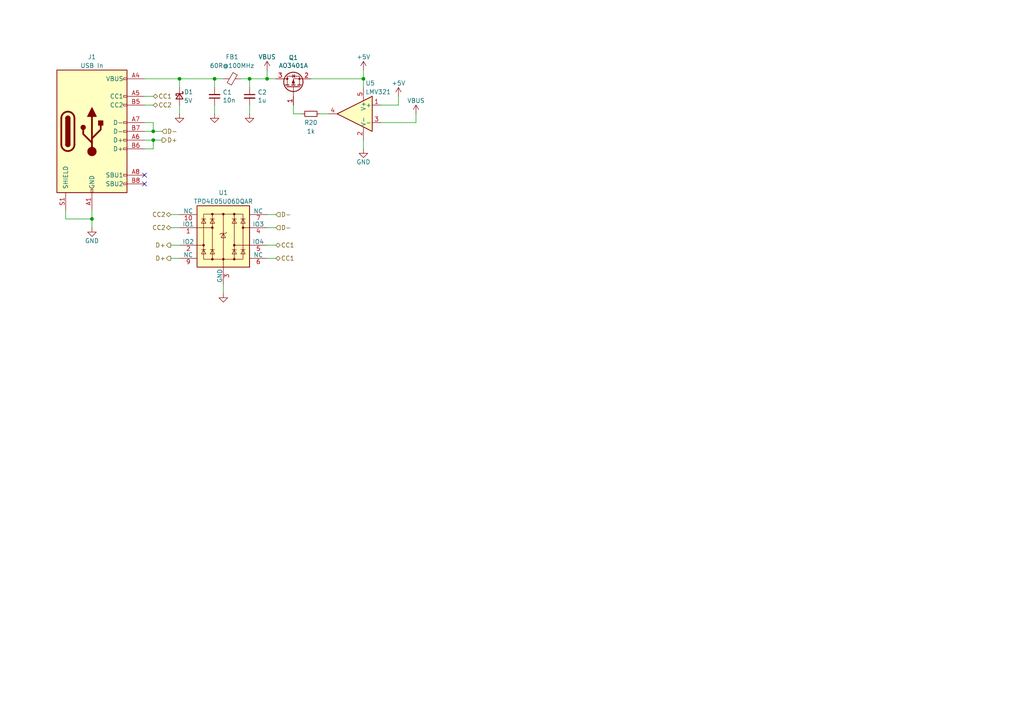
<source format=kicad_sch>
(kicad_sch (version 20230121) (generator eeschema)
  (paper "A4")
  (title_block (title "Honeydew unified split ergonomic keyboard") (date "2023-04-08") (rev "V2.0") (company "Created by Ariamelon (https://github.com/Ariamelon/Honeydew/)") (comment 1 "All capacitors 50V unless otherwise specified.") (comment 2 "Licensed under CC BY 4.0."))
  (lib_symbols
    (symbol "Amplifier_Operational:LM321" (pin_names (offset 0.127))
      (property "Reference" "U" (at 0 7.62 0))
      (property "Value" "LM321" (at 0 5.08 0))
      (symbol "LM321_0_1"
        (polyline (pts (xy -5.08 5.08) (xy 5.08 0) (xy -5.08 -5.08) (xy -5.08 5.08)) (stroke (width 0.254)) (fill (type background)))
      )
      (symbol "LM321_1_1"
        (pin input line (at -7.62 2.54 0) (length 2.54) (name "+") (number "1"))
        (pin power_in line (at -2.54 -7.62 90) (length 3.81) (name "V-") (number "2"))
        (pin input line (at -7.62 -2.54 0) (length 2.54) (name "-") (number "3"))
        (pin output line (at 7.62 0 180) (length 2.54) (name "~") (number "4"))
        (pin power_in line (at -2.54 7.62 270) (length 3.81) (name "V+") (number "5"))
      )
    )
    (symbol "Casaba:TPD4E05U06DQAR" (pin_names (offset 0))
      (property "Reference" "U2" (at 0 12.7 0))
      (property "Value" "TPD4E05U06DQAR" (at 0 10.16 0))
      (symbol "TPD4E05U06DQAR_0_0"
        (rectangle (start -5.715 6.477) (end 5.715 -6.604))
        (polyline (pts (xy -3.175 -6.604) (xy -3.175 6.477)))
        (polyline (pts (xy 0 6.477) (xy 0 -6.604)))
        (polyline (pts (xy 3.175 6.477) (xy 3.175 -6.604)))
      )
      (symbol "TPD4E05U06DQAR_0_1"
        (rectangle (start -7.62 8.89) (end 7.62 -8.89) (stroke (width 0.254)) (fill (type background)))
        (circle (center -5.715 -2.54) (radius 0.2794) (fill (type outline)))
        (circle (center -3.175 -6.604) (radius 0.2794) (fill (type outline)))
        (circle (center -3.175 2.54) (radius 0.2794) (fill (type outline)))
        (circle (center -3.175 6.477) (radius 0.2794) (fill (type outline)))
        (polyline (pts (xy -7.747 2.54) (xy -3.175 2.54)))
        (polyline (pts (xy -7.62 -2.54) (xy -5.715 -2.54)))
        (polyline (pts (xy -5.08 -3.81) (xy -6.35 -3.81)))
        (polyline (pts (xy -5.08 5.08) (xy -6.35 5.08)))
        (polyline (pts (xy -2.54 -3.81) (xy -3.81 -3.81)))
        (polyline (pts (xy -2.54 5.08) (xy -3.81 5.08)))
        (polyline (pts (xy -0.635 0.889) (xy -1.016 0.635)))
        (polyline (pts (xy 0 -6.604) (xy 0 -8.89)))
        (polyline (pts (xy 0.635 0.889) (xy -0.635 0.889)))
        (polyline (pts (xy 0.635 0.889) (xy 1.016 1.143)))
        (polyline (pts (xy 3.81 -3.81) (xy 2.54 -3.81)))
        (polyline (pts (xy 3.81 5.08) (xy 2.54 5.08)))
        (polyline (pts (xy 6.35 -3.81) (xy 5.08 -3.81)))
        (polyline (pts (xy 6.35 5.08) (xy 5.08 5.08)))
        (polyline (pts (xy 7.62 -2.54) (xy 3.175 -2.54)))
        (polyline (pts (xy 7.62 2.54) (xy 5.715 2.54)))
        (polyline (pts (xy -5.08 -5.08) (xy -6.35 -5.08) (xy -5.715 -3.81) (xy -5.08 -5.08)))
        (polyline (pts (xy -5.08 3.81) (xy -6.35 3.81) (xy -5.715 5.08) (xy -5.08 3.81)))
        (polyline (pts (xy -2.54 -5.08) (xy -3.81 -5.08) (xy -3.175 -3.81) (xy -2.54 -5.08)))
        (polyline (pts (xy -2.54 3.81) (xy -3.81 3.81) (xy -3.175 5.08) (xy -2.54 3.81)))
        (polyline (pts (xy 0.635 -0.381) (xy -0.635 -0.381) (xy 0 0.889) (xy 0.635 -0.381)))
        (polyline (pts (xy 3.81 -5.08) (xy 2.54 -5.08) (xy 3.175 -3.81) (xy 3.81 -5.08)))
        (polyline (pts (xy 3.81 3.81) (xy 2.54 3.81) (xy 3.175 5.08) (xy 3.81 3.81)))
        (polyline (pts (xy 6.35 -5.08) (xy 5.08 -5.08) (xy 5.715 -3.81) (xy 6.35 -5.08)))
        (polyline (pts (xy 6.35 3.81) (xy 5.08 3.81) (xy 5.715 5.08) (xy 6.35 3.81)))
        (circle (center 0 6.477) (radius 0.2794) (fill (type outline)))
        (circle (center 3.175 -6.604) (radius 0.2794) (fill (type outline)))
        (circle (center 3.175 -2.54) (radius 0.2794) (fill (type outline)))
        (circle (center 3.175 6.477) (radius 0.2794) (fill (type outline)))
        (circle (center 5.715 2.54) (radius 0.2794) (fill (type outline)))
      )
      (symbol "TPD4E05U06DQAR_1_1"
        (circle (center 0 -6.604) (radius 0.2794) (fill (type outline)))
        (pin bidirectional line (at -12.7 2.54 0) (length 5.08) (name "IO1") (number "1"))
        (pin bidirectional line (at -12.7 6.35 0) (length 5.08) (name "NC") (number "10"))
        (pin bidirectional line (at -12.7 -2.54 0) (length 5.08) (name "IO2") (number "2"))
        (pin power_in line (at 0 -13.97 90) (length 5.08) (name "GND") (number "3"))
        (pin bidirectional line (at 12.7 2.54 180) (length 5.08) (name "IO3") (number "4"))
        (pin bidirectional line (at 12.7 -2.54 180) (length 5.08) (name "IO4") (number "5"))
        (pin bidirectional line (at 12.7 -6.35 180) (length 5.08) (name "NC") (number "6"))
        (pin bidirectional line (at 12.7 6.35 180) (length 5.08) (name "NC") (number "7"))
        (pin power_in line (at 0 -13.97 90) (length 5.08) hide (name "GND") (number "8"))
        (pin bidirectional line (at -12.7 -6.35 0) (length 5.08) (name "NC") (number "9"))
      )
    )
    (symbol "Connector:USB_C_Receptacle_USB2.0" (pin_names (offset 1.016))
      (property "Reference" "J4" (at 0 21.59 0))
      (property "Value" "USB_C_Receptacle_USB2.0" (at 0 19.05 0))
      (symbol "USB_C_Receptacle_USB2.0_0_0"
        (rectangle (start -0.254 -17.78) (end 0.254 -16.764))
        (rectangle (start 10.16 -14.986) (end 9.144 -15.494))
        (rectangle (start 10.16 -12.446) (end 9.144 -12.954))
        (rectangle (start 10.16 -4.826) (end 9.144 -5.334))
        (rectangle (start 10.16 -2.286) (end 9.144 -2.794))
        (rectangle (start 10.16 0.254) (end 9.144 -0.254))
        (rectangle (start 10.16 2.794) (end 9.144 2.286))
        (rectangle (start 10.16 7.874) (end 9.144 7.366))
        (rectangle (start 10.16 10.414) (end 9.144 9.906))
        (rectangle (start 10.16 15.494) (end 9.144 14.986))
      )
      (symbol "USB_C_Receptacle_USB2.0_0_1"
        (rectangle (start -10.16 17.78) (end 10.16 -17.78) (stroke (width 0.254)) (fill (type background)))
        (arc (start -8.89 -3.81) (mid -6.985 -5.7067) (end -5.08 -3.81) (stroke (width 0.508)))
        (arc (start -7.62 -3.81) (mid -6.985 -4.4423) (end -6.35 -3.81) (stroke (width 0.254)))
        (arc (start -7.62 -3.81) (mid -6.985 -4.4423) (end -6.35 -3.81) (stroke (width 0.254)) (fill (type outline)))
        (rectangle (start -7.62 -3.81) (end -6.35 3.81) (stroke (width 0.254)) (fill (type outline)))
        (arc (start -6.35 3.81) (mid -6.985 4.4423) (end -7.62 3.81) (stroke (width 0.254)))
        (arc (start -6.35 3.81) (mid -6.985 4.4423) (end -7.62 3.81) (stroke (width 0.254)) (fill (type outline)))
        (arc (start -5.08 3.81) (mid -6.985 5.7067) (end -8.89 3.81) (stroke (width 0.508)))
        (circle (center -2.54 1.143) (radius 0.635) (stroke (width 0.254)) (fill (type outline)))
        (circle (center 0 -5.842) (radius 1.27) (fill (type outline)))
        (polyline (pts (xy -8.89 -3.81) (xy -8.89 3.81)) (stroke (width 0.508)))
        (polyline (pts (xy -5.08 3.81) (xy -5.08 -3.81)) (stroke (width 0.508)))
        (polyline (pts (xy 0 -5.842) (xy 0 4.318)) (stroke (width 0.508)))
        (polyline (pts (xy 0 -3.302) (xy -2.54 -0.762) (xy -2.54 0.508)) (stroke (width 0.508)))
        (polyline (pts (xy 0 -2.032) (xy 2.54 0.508) (xy 2.54 1.778)) (stroke (width 0.508)))
        (polyline (pts (xy -1.27 4.318) (xy 0 6.858) (xy 1.27 4.318) (xy -1.27 4.318)) (stroke (width 0.254)) (fill (type outline)))
        (rectangle (start 1.905 1.778) (end 3.175 3.048) (stroke (width 0.254)) (fill (type outline)))
      )
      (symbol "USB_C_Receptacle_USB2.0_1_1"
        (pin passive line (at 0 -22.86 90) (length 5.08) (name "GND") (number "A1"))
        (pin passive line (at 0 -22.86 90) (length 5.08) hide (name "GND") (number "A12"))
        (pin passive line (at 15.24 15.24 180) (length 5.08) (name "VBUS") (number "A4"))
        (pin bidirectional line (at 15.24 10.16 180) (length 5.08) (name "CC1") (number "A5"))
        (pin bidirectional line (at 15.24 -2.54 180) (length 5.08) (name "D+") (number "A6"))
        (pin bidirectional line (at 15.24 2.54 180) (length 5.08) (name "D-") (number "A7"))
        (pin bidirectional line (at 15.24 -12.7 180) (length 5.08) (name "SBU1") (number "A8"))
        (pin passive line (at 15.24 15.24 180) (length 5.08) hide (name "VBUS") (number "A9"))
        (pin passive line (at 0 -22.86 90) (length 5.08) hide (name "GND") (number "B1"))
        (pin passive line (at 0 -22.86 90) (length 5.08) hide (name "GND") (number "B12"))
        (pin passive line (at 15.24 15.24 180) (length 5.08) hide (name "VBUS") (number "B4"))
        (pin bidirectional line (at 15.24 7.62 180) (length 5.08) (name "CC2") (number "B5"))
        (pin bidirectional line (at 15.24 -5.08 180) (length 5.08) (name "D+") (number "B6"))
        (pin bidirectional line (at 15.24 0 180) (length 5.08) (name "D-") (number "B7"))
        (pin bidirectional line (at 15.24 -15.24 180) (length 5.08) (name "SBU2") (number "B8"))
        (pin passive line (at 15.24 15.24 180) (length 5.08) hide (name "VBUS") (number "B9"))
        (pin passive line (at -7.62 -22.86 90) (length 5.08) (name "SHIELD") (number "S1"))
      )
    )
    (symbol "Device:C_Small" (pin_numbers hide) (pin_names (offset 0.254) hide)
      (property "Reference" "C" (at 0.254 1.778 0))
      (property "Value" "C_Small" (at 0.254 -2.032 0))
      (symbol "C_Small_0_1"
        (polyline (pts (xy -1.524 -0.508) (xy 1.524 -0.508)) (stroke (width 0.3302)))
        (polyline (pts (xy -1.524 0.508) (xy 1.524 0.508)) (stroke (width 0.3048)))
      )
      (symbol "C_Small_1_1"
        (pin passive line (at 0 2.54 270) (length 2.032) (name "~") (number "1"))
        (pin passive line (at 0 -2.54 90) (length 2.032) (name "~") (number "2"))
      )
    )
    (symbol "Device:D_Schottky_Small" (pin_numbers hide) (pin_names (offset 0.254) hide)
      (property "Reference" "D" (at -1.27 2.032 0))
      (property "Value" "D_Schottky_Small" (at -7.112 -2.032 0))
      (symbol "D_Schottky_Small_0_1"
        (polyline (pts (xy -0.762 0) (xy 0.762 0)))
        (polyline (pts (xy 0.762 -1.016) (xy -0.762 0) (xy 0.762 1.016) (xy 0.762 -1.016)) (stroke (width 0.254)))
        (polyline (pts (xy -1.27 0.762) (xy -1.27 1.016) (xy -0.762 1.016) (xy -0.762 -1.016) (xy -0.254 -1.016) (xy -0.254 -0.762)) (stroke (width 0.254)))
      )
      (symbol "D_Schottky_Small_1_1"
        (pin passive line (at -2.54 0 0) (length 1.778) (name "K") (number "1"))
        (pin passive line (at 2.54 0 180) (length 1.778) (name "A") (number "2"))
      )
    )
    (symbol "Device:FerriteBead_Small" (pin_numbers hide) (pin_names (offset 0))
      (property "Reference" "FB" (at 1.905 1.27 0))
      (property "Value" "FerriteBead_Small" (at 1.905 -1.27 0))
      (symbol "FerriteBead_Small_0_1"
        (polyline (pts (xy 0 -1.27) (xy 0 -0.7874)))
        (polyline (pts (xy 0 0.889) (xy 0 1.2954)))
        (polyline (pts (xy -1.8288 0.2794) (xy -1.1176 1.4986) (xy 1.8288 -0.2032) (xy 1.1176 -1.4224) (xy -1.8288 0.2794)))
      )
      (symbol "FerriteBead_Small_1_1"
        (pin passive line (at 0 2.54 270) (length 1.27) (name "~") (number "1"))
        (pin passive line (at 0 -2.54 90) (length 1.27) (name "~") (number "2"))
      )
    )
    (symbol "Device:R_Small" (pin_numbers hide) (pin_names (offset 0.254) hide)
      (property "Reference" "R" (at 0.762 0.508 0))
      (property "Value" "R_Small" (at 0.762 -1.016 0))
      (symbol "R_Small_0_1"
        (rectangle (start -0.762 1.778) (end 0.762 -1.778) (stroke (width 0.2032)))
      )
      (symbol "R_Small_1_1"
        (pin passive line (at 0 2.54 270) (length 0.762) (name "~") (number "1"))
        (pin passive line (at 0 -2.54 90) (length 0.762) (name "~") (number "2"))
      )
    )
    (symbol "Transistor_FET:AO3401A" (pin_names hide)
      (property "Reference" "Q" (at 5.08 1.905 0))
      (property "Value" "AO3401A" (at 5.08 0 0))
      (symbol "AO3401A_0_1"
        (polyline (pts (xy 0.254 0) (xy -2.54 0)))
        (polyline (pts (xy 0.254 1.905) (xy 0.254 -1.905)) (stroke (width 0.254)))
        (polyline (pts (xy 0.762 -1.27) (xy 0.762 -2.286)) (stroke (width 0.254)))
        (polyline (pts (xy 0.762 0.508) (xy 0.762 -0.508)) (stroke (width 0.254)))
        (polyline (pts (xy 0.762 2.286) (xy 0.762 1.27)) (stroke (width 0.254)))
        (polyline (pts (xy 2.54 2.54) (xy 2.54 1.778)))
        (polyline (pts (xy 2.54 -2.54) (xy 2.54 0) (xy 0.762 0)))
        (polyline (pts (xy 0.762 1.778) (xy 3.302 1.778) (xy 3.302 -1.778) (xy 0.762 -1.778)))
        (polyline (pts (xy 2.286 0) (xy 1.27 0.381) (xy 1.27 -0.381) (xy 2.286 0)) (fill (type outline)))
        (polyline (pts (xy 2.794 -0.508) (xy 2.921 -0.381) (xy 3.683 -0.381) (xy 3.81 -0.254)))
        (polyline (pts (xy 3.302 -0.381) (xy 2.921 0.254) (xy 3.683 0.254) (xy 3.302 -0.381)))
        (circle (center 1.651 0) (radius 2.794) (stroke (width 0.254)))
        (circle (center 2.54 -1.778) (radius 0.254) (fill (type outline)))
        (circle (center 2.54 1.778) (radius 0.254) (fill (type outline)))
      )
      (symbol "AO3401A_1_1"
        (pin input line (at -5.08 0 0) (length 2.54) (name "G") (number "1"))
        (pin passive line (at 2.54 -5.08 90) (length 2.54) (name "S") (number "2"))
        (pin passive line (at 2.54 5.08 270) (length 2.54) (name "D") (number "3"))
      )
    )
    (symbol "power:+5V" (power) (pin_names (offset 0))
      (property "Value" "+5V" (at 0 3.556 0))
      (symbol "+5V_0_1"
        (polyline (pts (xy -0.762 1.27) (xy 0 2.54)))
        (polyline (pts (xy 0 0) (xy 0 2.54)))
        (polyline (pts (xy 0 2.54) (xy 0.762 1.27)))
      )
      (symbol "+5V_1_1"
        (pin power_in line (at 0 0 90) (length 0) hide (name "+5V") (number "1"))
      )
    )
    (symbol "power:GND" (power) (pin_names (offset 0))
      (property "Value" "GND" (at 0 -3.81 0))
      (symbol "GND_0_1"
        (polyline (pts (xy 0 0) (xy 0 -1.27) (xy 1.27 -1.27) (xy 0 -2.54) (xy -1.27 -1.27) (xy 0 -1.27)))
      )
      (symbol "GND_1_1"
        (pin power_in line (at 0 0 270) (length 0) hide (name "GND") (number "1"))
      )
    )
    (symbol "power:VBUS" (power) (pin_names (offset 0))
      (property "Value" "VBUS" (at 0 3.81 0))
      (symbol "VBUS_0_1"
        (polyline (pts (xy -0.762 1.27) (xy 0 2.54)))
        (polyline (pts (xy 0 0) (xy 0 2.54)))
        (polyline (pts (xy 0 2.54) (xy 0.762 1.27)))
      )
      (symbol "VBUS_1_1"
        (pin power_in line (at 0 0 90) (length 0) hide (name "VBUS") (number "1"))
      )
    )
  )
  (junction (at 105.41 22.86))
  (junction (at 72.39 22.86))
  (junction (at 77.47 22.86))
  (junction (at 26.67 63.5))
  (junction (at 44.45 38.1))
  (junction (at 52.07 22.86))
  (junction (at 44.45 40.64))
  (junction (at 62.23 22.86))
  (no_connect (at 41.91 50.8))
  (no_connect (at 41.91 53.34))
  (wire (pts (xy 80.01 71.12) (xy 77.47 71.12)))
  (wire (pts (xy 44.45 40.64) (xy 44.45 43.18)))
  (wire (pts (xy 52.07 25.4) (xy 52.07 22.86)))
  (wire (pts (xy 110.49 30.48) (xy 115.57 30.48)))
  (wire (pts (xy 19.05 63.5) (xy 26.67 63.5)))
  (wire (pts (xy 46.99 40.64) (xy 44.45 40.64)))
  (wire (pts (xy 41.91 40.64) (xy 44.45 40.64)))
  (wire (pts (xy 92.71 33.02) (xy 95.25 33.02)))
  (wire (pts (xy 72.39 22.86) (xy 77.47 22.86)))
  (wire (pts (xy 77.47 20.32) (xy 77.47 22.86)))
  (wire (pts (xy 72.39 22.86) (xy 72.39 25.4)))
  (wire (pts (xy 41.91 38.1) (xy 44.45 38.1)))
  (wire (pts (xy 26.67 63.5) (xy 26.67 66.04)))
  (wire (pts (xy 44.45 27.94) (xy 41.91 27.94)))
  (wire (pts (xy 41.91 35.56) (xy 44.45 35.56)))
  (wire (pts (xy 105.41 40.64) (xy 105.41 43.18)))
  (wire (pts (xy 44.45 35.56) (xy 44.45 38.1)))
  (wire (pts (xy 105.41 25.4) (xy 105.41 22.86)))
  (wire (pts (xy 52.07 22.86) (xy 62.23 22.86)))
  (wire (pts (xy 77.47 22.86) (xy 80.01 22.86)))
  (wire (pts (xy 120.65 33.02) (xy 120.65 35.56)))
  (wire (pts (xy 49.53 74.93) (xy 52.07 74.93)))
  (wire (pts (xy 26.67 60.96) (xy 26.67 63.5)))
  (wire (pts (xy 85.09 30.48) (xy 85.09 33.02)))
  (wire (pts (xy 49.53 62.23) (xy 52.07 62.23)))
  (wire (pts (xy 72.39 30.48) (xy 72.39 33.02)))
  (wire (pts (xy 62.23 25.4) (xy 62.23 22.86)))
  (wire (pts (xy 69.85 22.86) (xy 72.39 22.86)))
  (wire (pts (xy 41.91 43.18) (xy 44.45 43.18)))
  (wire (pts (xy 46.99 38.1) (xy 44.45 38.1)))
  (wire (pts (xy 49.53 71.12) (xy 52.07 71.12)))
  (wire (pts (xy 44.45 30.48) (xy 41.91 30.48)))
  (wire (pts (xy 80.01 66.04) (xy 77.47 66.04)))
  (wire (pts (xy 19.05 60.96) (xy 19.05 63.5)))
  (wire (pts (xy 64.77 82.55) (xy 64.77 85.09)))
  (wire (pts (xy 80.01 62.23) (xy 77.47 62.23)))
  (wire (pts (xy 110.49 35.56) (xy 120.65 35.56)))
  (wire (pts (xy 49.53 66.04) (xy 52.07 66.04)))
  (wire (pts (xy 52.07 30.48) (xy 52.07 33.02)))
  (wire (pts (xy 105.41 20.32) (xy 105.41 22.86)))
  (wire (pts (xy 62.23 22.86) (xy 64.77 22.86)))
  (wire (pts (xy 41.91 22.86) (xy 52.07 22.86)))
  (wire (pts (xy 62.23 30.48) (xy 62.23 33.02)))
  (wire (pts (xy 115.57 27.94) (xy 115.57 30.48)))
  (wire (pts (xy 90.17 22.86) (xy 105.41 22.86)))
  (wire (pts (xy 85.09 33.02) (xy 87.63 33.02)))
  (wire (pts (xy 80.01 74.93) (xy 77.47 74.93)))
  (hierarchical_label "D+" (shape output) (at 49.53 74.93 180))
  (hierarchical_label "D+" (shape output) (at 49.53 71.12 180))
  (hierarchical_label "D-" (shape input) (at 80.01 66.04 0))
  (hierarchical_label "CC2" (shape bidirectional) (at 49.53 62.23 180))
  (hierarchical_label "CC1" (shape bidirectional) (at 44.45 27.94 0))
  (hierarchical_label "CC1" (shape bidirectional) (at 80.01 71.12 0))
  (hierarchical_label "D-" (shape input) (at 80.01 62.23 0))
  (hierarchical_label "D+" (shape output) (at 46.99 40.64 0))
  (hierarchical_label "CC2" (shape bidirectional) (at 49.53 66.04 180))
  (hierarchical_label "D-" (shape input) (at 46.99 38.1 0))
  (hierarchical_label "CC1" (shape bidirectional) (at 80.01 74.93 0))
  (hierarchical_label "CC2" (shape bidirectional) (at 44.45 30.48 0))
  (symbol (lib_id "Casaba:TPD4E05U06DQAR") (at 64.77 68.58 0) (unit 1)
    (property "Reference" "U1" (at 64.77 55.88 0))
    (property "Value" "TPD4E05U06DQAR" (at 64.77 58.42 0))
    (property "Footprint" "Honeydew:USON-10_2.5x1.0mm_P0.5mm" (effects hide))
    (property "Description" "TVS array" (effects hide))
    (property "LCSC" "C138714" (effects hide))
    (instances (project "Casaba" (path "" (reference "U1") (unit 1))) (project "Honeydew" (path "" (reference "U5") (unit 1))))
  )
  (symbol (lib_id "Connector:USB_C_Receptacle_USB2.0") (at 26.67 38.1 0) (unit 1)
    (property "Reference" "J1" (at 26.67 16.51 0))
    (property "Value" "USB In" (at 26.67 19.05 0))
    (property "Footprint" "Honeydew:HRO-TYPE-C-31-M-12" (effects hide))
    (property "Datasheet" "https://www.usb.org/sites/default/files/documents/usb_type-c.zip" (effects hide))
    (property "LCSC" "C165948" (effects hide))
    (instances (project "Casaba" (path "" (reference "J1") (unit 1))) (project "Honeydew" (path "" (reference "J2") (unit 1))))
  )
  (symbol (lib_id "Device:C_Small") (at 62.23 27.94 180) (unit 1)
    (property "Reference" "C1" (at 64.5668 26.7716 0) (effects (justify right)))
    (property "Value" "10n" (at 64.5668 29.083 0) (effects (justify right)))
    (property "Footprint" "Capacitor_SMD:C_0402_1005Metric" (effects hide))
    (property "Description" "0402 capacitor" (effects hide))
    (property "LCSC" "C15195" (effects hide))
    (property "Voltage" "50V" (effects hide))
    (instances (project "Casaba" (path "" (reference "C1") (unit 1))) (project "Honeydew" (path "" (reference "C2") (unit 1)) (path "" (reference "C98") (unit 1))))
  )
  (symbol (lib_id "power:VBUS") (at 120.65 33.02 0) (unit 1)
    (property "Reference" "#PWR041" (effects hide))
    (property "Value" "VBUS" (at 120.65 29.21 0))
    (instances (project "Honeydew" (path "" (reference "#PWR041") (unit 1)) (path "" (reference "#PWR087") (unit 1))))
  )
  (symbol (lib_id "Device:FerriteBead_Small") (at 67.31 22.86 270) (unit 1)
    (property "Reference" "FB1" (at 67.31 16.51 90))
    (property "Value" "60R@100MHz" (at 67.31 19.05 90))
    (property "Footprint" "Inductor_SMD:L_0805_2012Metric" (effects hide))
    (property "LCSC" "C237300" (effects hide))
    (property "Description" "60R@100MHz" (effects hide))
  )
  (symbol (lib_id "power:GND") (at 105.41 43.18 0) (unit 1)
    (property "Reference" "#PWR?" (effects hide))
    (property "Value" "GND" (at 105.41 46.99 0))
    (instances (project "Honeydew" (path "" (reference "#PWR?") (unit 1)) (path "" (reference "#PWR053") (unit 1)) (path "" (reference "#PWR084") (unit 1))))
  )
  (symbol (lib_id "power:+5V") (at 115.57 27.94 0) (unit 1)
    (property "Reference" "#PWR?" (effects hide))
    (property "Value" "+5V" (at 115.57 24.13 0))
    (instances (project "Honeydew" (path "" (reference "#PWR?") (unit 1)) (path "" (reference "#PWR082") (unit 1)) (path "" (reference "#PWR085") (unit 1))))
  )
  (symbol (lib_id "power:+5V") (at 105.41 20.32 0) (unit 1)
    (property "Reference" "#PWR?" (effects hide))
    (property "Value" "+5V" (at 105.41 16.51 0))
    (instances (project "Honeydew" (path "" (reference "#PWR?") (unit 1)) (path "" (reference "#PWR083") (unit 1)) (path "" (reference "#PWR083") (unit 1))))
  )
  (symbol (lib_id "power:GND") (at 64.77 85.09 0) (unit 1)
    (property "Reference" "#PWR08" (effects hide))
    (property "Value" "GND" (effects hide))
    (instances (project "Casaba" (path "" (reference "#PWR08") (unit 1))) (project "Honeydew" (path "" (reference "#PWR?") (unit 1)) (path "" (reference "#PWR074") (unit 1))))
  )
  (symbol (lib_id "Device:R_Small") (at 90.17 33.02 90) (unit 1)
    (property "Reference" "R20" (at 90.17 35.56 90))
    (property "Value" "1k" (at 90.17 38.1 90))
    (property "Footprint" "Resistor_SMD:R_0402_1005Metric" (effects hide))
    (property "Description" "0402 resistor" (effects hide))
    (property "LCSC" "C11702" (effects hide))
    (instances (project "Honeydew" (path "" (reference "R20") (unit 1)) (path "" (reference "R13") (unit 1)) (path "" (reference "R15") (unit 1))))
  )
  (symbol (lib_id "Device:C_Small") (at 72.39 27.94 0) (unit 1)
    (property "Reference" "C2" (at 74.7268 26.7716 0) (effects (justify left)))
    (property "Value" "1u" (at 74.7268 29.083 0) (effects (justify left)))
    (property "Footprint" "Capacitor_SMD:C_0603_1608Metric" (effects hide))
    (property "Description" "0603 capacitor" (effects hide))
    (property "LCSC" "C15849" (effects hide))
    (property "Voltage" "50V" (effects hide))
    (instances (project "Casaba" (path "" (reference "C2") (unit 1))) (project "Honeydew" (path "" (reference "C22") (unit 1)) (path "" (reference "C99") (unit 1))))
  )
  (symbol (lib_id "Amplifier_Operational:LM321") (at 102.87 33.02 0) (mirror y) (unit 1)
    (property "Reference" "U5" (at 105.9941 24.13 0) (effects (justify right)))
    (property "Value" "LMV321" (at 105.9941 26.67 0) (effects (justify right)))
    (property "Footprint" "Package_TO_SOT_SMD:SOT-23-5" (effects hide))
    (property "LCSC" "C7972" (effects hide))
    (property "Description" "Opamp" (effects hide))
    (instances (project "Honeydew" (path "" (reference "U5") (unit 1)) (path "" (reference "U10") (unit 1))))
  )
  (symbol (lib_id "Device:D_Schottky_Small") (at 52.07 27.94 270) (unit 1)
    (property "Reference" "D1" (at 53.34 26.67 90) (effects (justify left)))
    (property "Value" "5V" (at 53.34 29.21 90) (effects (justify left)))
    (property "Footprint" "Diode_SMD:D_SOD-523" (effects hide))
    (property "LCSC" "C502546" (effects hide))
    (property "Description" "SOD-523 TVS" (effects hide))
    (instances (project "Casaba" (path "" (reference "D1") (unit 1))) (project "Honeydew" (path "" (reference "D64") (unit 1))))
  )
  (symbol (lib_id "power:GND") (at 62.23 33.02 0) (unit 1)
    (property "Reference" "#PWR02" (effects hide))
    (property "Value" "GND" (effects hide))
    (instances (project "Casaba" (path "" (reference "#PWR02") (unit 1))) (project "Honeydew" (path "" (reference "#PWR?") (unit 1)) (path "" (reference "#PWR053") (unit 1))))
  )
  (symbol (lib_id "power:GND") (at 72.39 33.02 0) (unit 1)
    (property "Reference" "#PWR03" (effects hide))
    (property "Value" "GND" (effects hide))
    (instances (project "Casaba" (path "" (reference "#PWR03") (unit 1))) (project "Honeydew" (path "" (reference "#PWR?") (unit 1)) (path "" (reference "#PWR077") (unit 1))))
  )
  (symbol (lib_id "power:GND") (at 52.07 33.02 0) (unit 1)
    (property "Reference" "#PWR04" (effects hide))
    (property "Value" "GND" (effects hide))
    (instances (project "Casaba" (path "" (reference "#PWR04") (unit 1))) (project "Honeydew" (path "" (reference "#PWR?") (unit 1)) (path "" (reference "#PWR041") (unit 1))))
  )
  (symbol (lib_id "Transistor_FET:AO3401A") (at 85.09 25.4 90) (unit 1)
    (property "Reference" "Q1" (at 85.09 16.7132 90))
    (property "Value" "AO3401A" (at 85.09 19.0246 90))
    (property "Footprint" "Package_TO_SOT_SMD:SOT-23" (effects hide))
    (property "LCSC" "C15127" (effects hide))
    (instances (project "Djinn" (path "" (reference "Q1") (unit 1))) (project "Honeydew" (path "" (reference "Q1") (unit 1)) (path "" (reference "Q5") (unit 1))))
  )
  (symbol (lib_id "power:GND") (at 26.67 66.04 0) (unit 1)
    (property "Reference" "#PWR01" (effects hide))
    (property "Value" "GND" (at 26.67 69.85 0))
    (instances (project "Casaba" (path "" (reference "#PWR01") (unit 1))) (project "Honeydew" (path "" (reference "#PWR?") (unit 1)) (path "" (reference "#PWR011") (unit 1))))
  )
  (symbol (lib_id "power:VBUS") (at 77.47 20.32 0) (unit 1)
    (property "Reference" "#PWR081" (effects hide))
    (property "Value" "VBUS" (at 77.47 16.51 0))
  )
)
</source>
